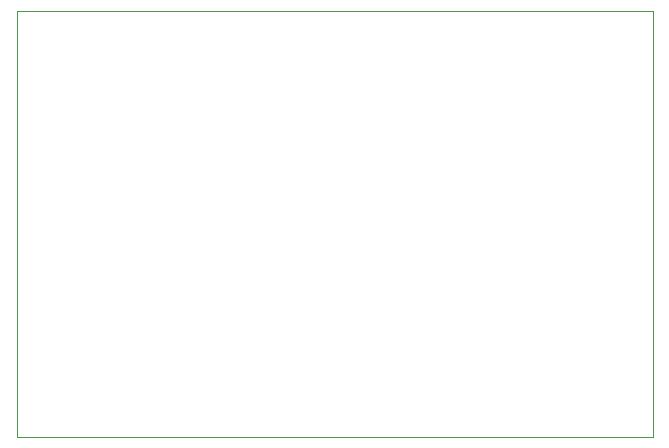
<source format=gbo>
G04 (created by PCBNEW (22-Jun-2014 BZR 4027)-stable) date Cts 25 Nis 2020 13:37:24 +03*
%MOIN*%
G04 Gerber Fmt 3.4, Leading zero omitted, Abs format*
%FSLAX34Y34*%
G01*
G70*
G90*
G04 APERTURE LIST*
%ADD10C,0.00590551*%
%ADD11C,0.00393701*%
G04 APERTURE END LIST*
G54D10*
G54D11*
X6450Y-6400D02*
X6450Y-6450D01*
X27650Y-6400D02*
X27650Y-6450D01*
X6450Y-6400D02*
X27650Y-6400D01*
X6450Y-6500D02*
X6450Y-6450D01*
X6450Y-20600D02*
X6450Y-6500D01*
X27650Y-20600D02*
X6450Y-20600D01*
X27650Y-6450D02*
X27650Y-20600D01*
M02*

</source>
